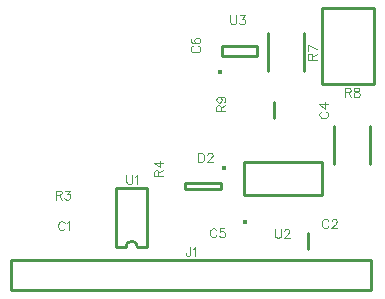
<source format=gbr>
G04 DipTrace 3.3.1.3*
G04 TopSilk.gbr*
%MOMM*%
G04 #@! TF.FileFunction,Legend,Top*
G04 #@! TF.Part,Single*
%ADD10C,0.25*%
%ADD28O,0.39127X0.39172*%
%ADD34O,0.39124X0.39193*%
%ADD37O,0.39118X0.39103*%
%ADD65C,0.11765*%
%FSLAX35Y35*%
G04*
G71*
G90*
G75*
G01*
G04 TopSilk*
%LPD*%
X3598947Y1400050D2*
D10*
Y1529950D1*
X3304947Y2508050D2*
Y2637950D1*
D28*
X2880356Y2079361D3*
X2856986Y1952000D2*
D10*
X2557000D1*
Y1902000D1*
X2856986D1*
Y1952000D1*
X1078000Y1301000D2*
Y1047000D1*
X4126000Y1301000D2*
X1078000D1*
X4126000D2*
Y1047000D1*
X3933976D1*
X1078000D1*
X3559080Y3223840D2*
Y2904160D1*
X3258920Y3223840D2*
Y2904160D1*
X4119080Y2438840D2*
Y2119160D1*
X3818920Y2438840D2*
Y2119160D1*
X2233018Y1412495D2*
Y1912505D1*
X1972982Y1412495D2*
Y1912505D1*
X2233018D2*
X1972982D1*
X2153024Y1412495D2*
X2233018D1*
X2052976D2*
X1972982D1*
X2153024D2*
G03X2052976Y1412495I-50024J-23D01*
G01*
D34*
X3059644Y1624306D3*
X3057004Y1851001D2*
D10*
X3716972D1*
X3057004Y2130999D2*
X3716972D1*
Y1851001D2*
Y2130999D1*
X3057004Y1851001D2*
Y2130999D1*
D37*
X2852639Y2897772D3*
X2866006Y3035098D2*
D10*
X3166000D1*
X2866006Y3115084D2*
X3166000D1*
Y3035098D2*
Y3115084D1*
X2866006Y3035098D2*
Y3115084D1*
X3717000Y2796000D2*
X4157000D1*
Y3436000D1*
X3717000D1*
Y2796000D1*
X1534429Y1615398D2*
D65*
X1530807Y1622642D1*
X1523479Y1629970D1*
X1516235Y1633592D1*
X1501663D1*
X1494335Y1629970D1*
X1487091Y1622642D1*
X1483385Y1615398D1*
X1479763Y1604448D1*
Y1586170D1*
X1483385Y1575304D1*
X1487091Y1567976D1*
X1494335Y1560732D1*
X1501663Y1557026D1*
X1516235D1*
X1523479Y1560732D1*
X1530807Y1567976D1*
X1534429Y1575304D1*
X1557959Y1618936D2*
X1565287Y1622642D1*
X1576237Y1633508D1*
Y1557026D1*
X3769020Y1633398D2*
X3765398Y1640642D1*
X3758070Y1647970D1*
X3750826Y1651592D1*
X3736254D1*
X3728926Y1647970D1*
X3721682Y1640642D1*
X3717976Y1633398D1*
X3714354Y1622448D1*
Y1604170D1*
X3717976Y1593304D1*
X3721682Y1585976D1*
X3728926Y1578732D1*
X3736254Y1575026D1*
X3750826D1*
X3758070Y1578732D1*
X3765398Y1585976D1*
X3769020Y1593304D1*
X3796255Y1633314D2*
Y1636936D1*
X3799877Y1644264D1*
X3803499Y1647886D1*
X3810827Y1651508D1*
X3825399D1*
X3832643Y1647886D1*
X3836265Y1644264D1*
X3839971Y1636936D1*
Y1629692D1*
X3836265Y1622364D1*
X3829021Y1611498D1*
X3792549Y1575026D1*
X3843593D1*
X3709039Y2561236D2*
X3701795Y2557614D1*
X3694467Y2550286D1*
X3690845Y2543042D1*
Y2528470D1*
X3694467Y2521142D1*
X3701795Y2513898D1*
X3709039Y2510192D1*
X3719989Y2506570D1*
X3738267D1*
X3749133Y2510192D1*
X3756461Y2513898D1*
X3763705Y2521142D1*
X3767411Y2528470D1*
Y2543042D1*
X3763705Y2550285D1*
X3756461Y2557613D1*
X3749133Y2561235D1*
X3767411Y2621237D2*
X3690929D1*
X3741889Y2584765D1*
Y2639431D1*
X2820046Y1554398D2*
X2816424Y1561642D1*
X2809096Y1568970D1*
X2801852Y1572592D1*
X2787280D1*
X2779952Y1568970D1*
X2772709Y1561642D1*
X2769002Y1554398D1*
X2765380Y1543448D1*
Y1525170D1*
X2769002Y1514304D1*
X2772709Y1506976D1*
X2779952Y1499732D1*
X2787280Y1496026D1*
X2801852D1*
X2809096Y1499732D1*
X2816424Y1506976D1*
X2820046Y1514304D1*
X2887291Y1572508D2*
X2850904D1*
X2847282Y1539742D1*
X2850904Y1543364D1*
X2861854Y1547070D1*
X2872720D1*
X2883670Y1543364D1*
X2890998Y1536120D1*
X2894620Y1525170D1*
Y1517926D1*
X2890998Y1506976D1*
X2883670Y1499648D1*
X2872720Y1496026D1*
X2861854D1*
X2850904Y1499648D1*
X2847282Y1503354D1*
X2843576Y1510598D1*
X2622602Y3115900D2*
X2615358Y3112278D1*
X2608030Y3104950D1*
X2604408Y3097706D1*
Y3083134D1*
X2608030Y3075806D1*
X2615358Y3068562D1*
X2622602Y3064856D1*
X2633552Y3061234D1*
X2651830D1*
X2662696Y3064856D1*
X2670024Y3068562D1*
X2677268Y3075806D1*
X2680974Y3083134D1*
Y3097706D1*
X2677268Y3104949D1*
X2670024Y3112278D1*
X2662696Y3115899D1*
X2615358Y3183145D2*
X2608114Y3179523D1*
X2604492Y3168573D1*
Y3161329D1*
X2608114Y3150379D1*
X2619064Y3143051D1*
X2637258Y3139429D1*
X2655452D1*
X2670024Y3143051D1*
X2677352Y3150379D1*
X2680974Y3161329D1*
Y3164951D1*
X2677352Y3175816D1*
X2670024Y3183145D1*
X2659074Y3186766D1*
X2655452D1*
X2644502Y3183145D1*
X2637258Y3175817D1*
X2633636Y3164951D1*
Y3161329D1*
X2637258Y3150379D1*
X2644502Y3143051D1*
X2655452Y3139429D1*
X2665651Y2210539D2*
Y2133973D1*
X2691173D1*
X2702123Y2137679D1*
X2709451Y2144923D1*
X2713073Y2152251D1*
X2716695Y2163117D1*
Y2181395D1*
X2713073Y2192345D1*
X2709451Y2199589D1*
X2702123Y2206917D1*
X2691173Y2210539D1*
X2665651D1*
X2743931Y2192261D2*
Y2195882D1*
X2747553Y2203211D1*
X2751175Y2206832D1*
X2758503Y2210454D1*
X2773075D1*
X2780319Y2206832D1*
X2783940Y2203211D1*
X2787647Y2195882D1*
Y2188639D1*
X2783940Y2181311D1*
X2776697Y2170445D1*
X2740225Y2133973D1*
X2791269D1*
X2599332Y1412592D2*
Y1354304D1*
X2595710Y1343354D1*
X2592004Y1339732D1*
X2584760Y1336026D1*
X2577432D1*
X2570188Y1339732D1*
X2566566Y1343354D1*
X2562860Y1354304D1*
Y1361548D1*
X2622862Y1397936D2*
X2630190Y1401642D1*
X2641140Y1412508D1*
Y1336026D1*
X1458191Y1856120D2*
X1490957D1*
X1501907Y1859826D1*
X1505613Y1863448D1*
X1509235Y1870692D1*
Y1878020D1*
X1505613Y1885264D1*
X1501907Y1888970D1*
X1490957Y1892592D1*
X1458191D1*
Y1816026D1*
X1483713Y1856120D2*
X1509235Y1816026D1*
X1540093Y1892508D2*
X1580102D1*
X1558287Y1863364D1*
X1569237D1*
X1576480Y1859742D1*
X1580102Y1856120D1*
X1583809Y1845170D1*
Y1837926D1*
X1580102Y1826976D1*
X1572859Y1819648D1*
X1561909Y1816026D1*
X1550959D1*
X1540093Y1819648D1*
X1536471Y1823354D1*
X1532765Y1830598D1*
X2328880Y2014381D2*
Y2047147D1*
X2325174Y2058097D1*
X2321552Y2061803D1*
X2314308Y2065425D1*
X2306980D1*
X2299736Y2061803D1*
X2296030Y2058097D1*
X2292408Y2047147D1*
Y2014381D1*
X2368974D1*
X2328880Y2039903D2*
X2368974Y2065424D1*
Y2125426D2*
X2292492D1*
X2343452Y2088954D1*
Y2143620D1*
X3631317Y3001192D2*
Y3033957D1*
X3627611Y3044907D1*
X3623989Y3048614D1*
X3616745Y3052236D1*
X3609417D1*
X3602173Y3048614D1*
X3598467Y3044907D1*
X3594845Y3033958D1*
Y3001192D1*
X3671411D1*
X3631317Y3026714D2*
X3671411Y3052235D1*
Y3090337D2*
X3594929Y3126809D1*
Y3075765D1*
X3906234Y2724120D2*
X3938999D1*
X3949949Y2727826D1*
X3953655Y2731448D1*
X3957277Y2738692D1*
Y2746020D1*
X3953655Y2753264D1*
X3949949Y2756970D1*
X3938999Y2760592D1*
X3906234D1*
Y2684026D1*
X3931755Y2724120D2*
X3957277Y2684026D1*
X3999001Y2760508D2*
X3988135Y2756886D1*
X3984429Y2749642D1*
Y2742314D1*
X3988135Y2735070D1*
X3995379Y2731364D1*
X4009951Y2727742D1*
X4020901Y2724120D1*
X4028145Y2716792D1*
X4031766Y2709548D1*
Y2698598D1*
X4028145Y2691354D1*
X4024523Y2687648D1*
X4013573Y2684026D1*
X3999001D1*
X3988135Y2687648D1*
X3984429Y2691354D1*
X3980807Y2698598D1*
Y2709548D1*
X3984429Y2716792D1*
X3991757Y2724120D1*
X4002623Y2727742D1*
X4017195Y2731364D1*
X4024523Y2735070D1*
X4028145Y2742314D1*
Y2749642D1*
X4024523Y2756886D1*
X4013573Y2760508D1*
X3999001D1*
X2854880Y2563003D2*
Y2595768D1*
X2851174Y2606718D1*
X2847552Y2610425D1*
X2840308Y2614046D1*
X2832980Y2614047D1*
X2825736Y2610425D1*
X2822030Y2606718D1*
X2818408Y2595768D1*
Y2563003D1*
X2894974D1*
X2854880Y2588525D2*
X2894974Y2614046D1*
X2843930Y2684998D2*
X2854880Y2681292D1*
X2862208Y2674048D1*
X2865830Y2663098D1*
Y2659476D1*
X2862208Y2648526D1*
X2854880Y2641282D1*
X2843930Y2637576D1*
X2840308D1*
X2829358Y2641282D1*
X2822114Y2648526D1*
X2818492Y2659476D1*
Y2663098D1*
X2822114Y2674048D1*
X2829358Y2681292D1*
X2843930Y2684998D1*
X2862208D1*
X2880402Y2681291D1*
X2891352Y2674048D1*
X2894974Y2663098D1*
Y2655854D1*
X2891352Y2644904D1*
X2884024Y2641282D1*
X2056574Y2024097D2*
Y1969431D1*
X2060196Y1958481D1*
X2067524Y1951237D1*
X2078474Y1947531D1*
X2085718D1*
X2096668Y1951237D1*
X2103996Y1958481D1*
X2107618Y1969431D1*
Y2024097D1*
X2131148Y2009441D2*
X2138476Y2013147D1*
X2149426Y2024013D1*
Y1947531D1*
X3315718Y1567655D2*
Y1512989D1*
X3319340Y1502039D1*
X3326668Y1494795D1*
X3337618Y1491089D1*
X3344862D1*
X3355812Y1494795D1*
X3363140Y1502039D1*
X3366762Y1512989D1*
Y1567655D1*
X3393998Y1549377D2*
Y1552999D1*
X3397619Y1560327D1*
X3401241Y1563949D1*
X3408569Y1567571D1*
X3423141D1*
X3430385Y1563949D1*
X3434007Y1560327D1*
X3437713Y1552999D1*
Y1545755D1*
X3434007Y1538427D1*
X3426763Y1527561D1*
X3390291Y1491089D1*
X3441335D1*
X2936731Y3376592D2*
Y3321926D1*
X2940353Y3310976D1*
X2947681Y3303732D1*
X2958631Y3300026D1*
X2965875D1*
X2976825Y3303732D1*
X2984153Y3310976D1*
X2987775Y3321926D1*
Y3376592D1*
X3018633Y3376508D2*
X3058642D1*
X3036827Y3347364D1*
X3047777D1*
X3055020Y3343742D1*
X3058642Y3340120D1*
X3062349Y3329170D1*
Y3321926D1*
X3058642Y3310976D1*
X3051399Y3303648D1*
X3040449Y3300026D1*
X3029499D1*
X3018633Y3303648D1*
X3015011Y3307354D1*
X3011305Y3314598D1*
M02*

</source>
